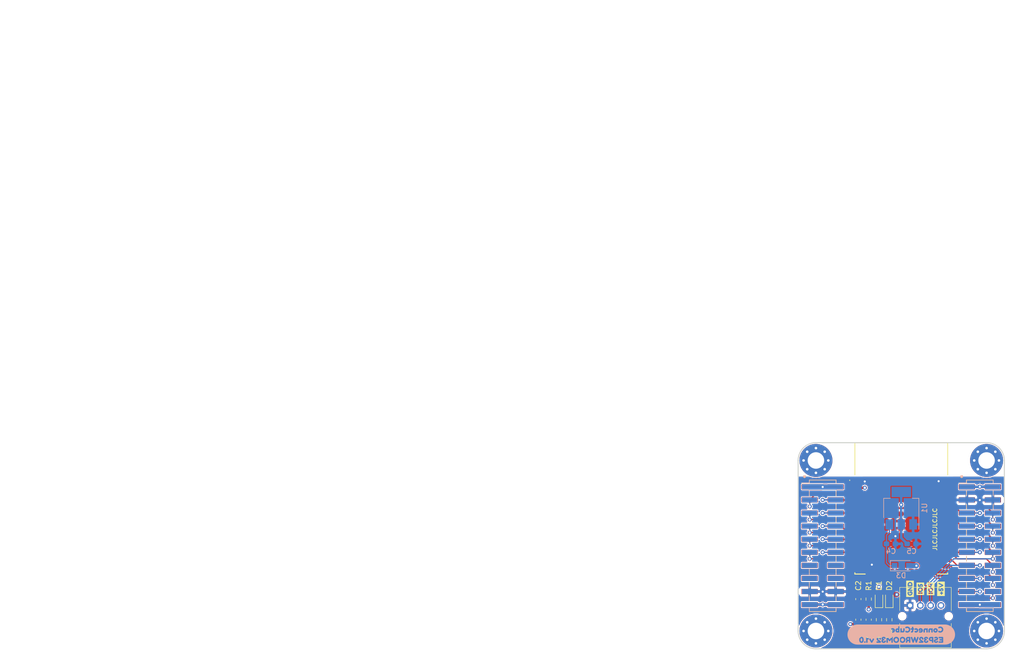
<source format=kicad_pcb>
(kicad_pcb (version 20211014) (generator pcbnew)
  (layers (0 "F.Cu" signal) (1 "In1.Cu" power) (2 "In2.Cu" power) (3 "In3.Cu" power) (4 "In4.Cu" power) (31 "B.Cu" signal) (34 "B.Paste" user) (35 "F.Paste" user) (36 "B.SilkS" user "B.Silkscreen") (37 "F.SilkS" user "F.Silkscreen") (38 "B.Mask" user) (39 "F.Mask" user) (44 "Edge.Cuts" user))
  (net 0 "")
  (net 3 "/IO12")
  (net 11 "+5V")
  (net 16 "GND")
  (net 17 "+3V3")
  (net 18 "/EN")
  (net 19 "/IO34")
  (net 20 "/IO35")
  (net 21 "/IO32")
  (net 22 "/IO33")
  (net 23 "/IO25")
  (net 24 "/IO26")
  (net 25 "/IO27")
  (net 26 "/IO14")
  (net 27 "/IO13")
  (net 28 "/IO15")
  (net 29 "/IO2")
  (net 30 "/IO0")
  (net 31 "/IO4")
  (net 32 "/IO16")
  (net 33 "/IO17")
  (net 34 "/IO5")
  (net 35 "/IO18")
  (net 36 "/IO19")
  (net 37 "/IO21")
  (net 38 "/RXD0")
  (net 39 "/TXD0")
  (net 40 "/IO22")
  (net 41 "/IO23")
  (net 42 "Net-(D1-Pad1)")
  (net 43 "Net-(D2-Pad1)")
  (net 44 "Net-(C4-Pad1)")
  (footprint "Resistor_SMD:R_0603_1608Metric_Pad0.98x0.95mm_HandSolder" (layer "F.Cu") (at 172.5 120 -90)
    (fp_text reference "R3")
    (fp_text value "1k")
  )
  (footprint "MountingHole:MountingHole_3.2mm_M3_Pad_Via" (layer "F.Cu") (at 158.27 89.09)
    (fp_text reference "H1" hide)
    (fp_text value "MountingHole")
  )
  (footprint "Capacitor_SMD:C_0603_1608Metric_Pad1.08x0.95mm_HandSolder" (layer "F.Cu") (at 166.5 116 -90)
    (fp_text reference "C2")
    (fp_text value "0.1uF")
  )
  (footprint "SamacSys_Parts:S04BPASK2" (layer "F.Cu") (at 176.52 117.23 180)
    (fp_text reference "J5" hide)
    (fp_text value "S04B-PASK-2" hide)
  )
  (footprint "kibuzzard-63EB5F50" (layer "F.Cu") (at 180.52 114 90)
    (fp_text reference "kibuzzard-63EB5F50" hide)
    (fp_text value "G***" hide)
  )
  (footprint "MountingHole:MountingHole_3.2mm_M3_Pad_Via" (layer "F.Cu") (at 191.37 89.09)
    (fp_text reference "H2" hide)
    (fp_text value "MountingHole")
  )
  (footprint "kibuzzard-63EB5F59" (layer "F.Cu") (at 178.52 114 90)
    (fp_text reference "kibuzzard-63EB5F59" hide)
    (fp_text value "G***" hide)
  )
  (footprint "Resistor_SMD:R_0603_1608Metric_Pad0.98x0.95mm_HandSolder" (layer "F.Cu") (at 170.5 120 -90)
    (fp_text reference "R2")
    (fp_text value "1k")
  )
  (footprint "Capacitor_SMD:C_0603_1608Metric_Pad1.08x0.95mm_HandSolder" (layer "F.Cu") (at 168.5 120 90)
    (fp_text reference "C1")
    (fp_text value "22uF")
  )
  (footprint "Connector_PinHeader_2.54mm:PinHeader_2x10_P2.54mm_Vertical_SMD" (layer "F.Cu") (at 159.58 105.64)
    (fp_text reference "J2" hide)
    (fp_text value "Conn_02x10_Odd_Even")
  )
  (footprint "kibuzzard-63EB5F48" (layer "F.Cu") (at 182.52 114 90)
    (fp_text reference "kibuzzard-63EB5F48" hide)
    (fp_text value "G***" hide)
  )
  (footprint "kibuzzard-63EB5F61" (layer "F.Cu") (at 176.52 114 90)
    (fp_text reference "kibuzzard-63EB5F61" hide)
    (fp_text value "G***" hide)
  )
  (footprint "MountingHole:MountingHole_3.2mm_M3_Pad_Via" (layer "F.Cu") (at 191.37 122.19)
    (fp_text reference "H3" hide)
    (fp_text value "MountingHole")
  )
  (footprint "Resistor_SMD:R_0603_1608Metric_Pad0.98x0.95mm_HandSolder" (layer "F.Cu") (at 168.5 116 -90)
    (fp_text reference "R1")
    (fp_text value "10k")
  )
  (footprint "LED_SMD:LED_0603_1608Metric_Pad1.05x0.95mm_HandSolder" (layer "F.Cu") (at 172.5 116 90)
    (fp_text reference "D2")
    (fp_text value "LED")
  )
  (footprint "MountingHole:MountingHole_3.2mm_M3_Pad_Via" (layer "F.Cu") (at 158.27 122.19)
    (fp_text reference "H4" hide)
    (fp_text value "MountingHole")
  )
  (footprint "LED_SMD:LED_0603_1608Metric_Pad1.05x0.95mm_HandSolder" (layer "F.Cu") (at 170.5 116 90)
    (fp_text reference "D1")
    (fp_text value "LED")
  )
  (footprint "SamacSys_Parts:ESP32WROOM32EM113EH3200PS3Q0" (layer "F.Cu") (at 174.82 98.39)
    (fp_text reference "IC1" hide)
    (fp_text value "ESP32-WROOM-32E_M113EH3200PS3Q0_" hide)
  )
  (footprint "Connector_PinHeader_2.54mm:PinHeader_2x10_P2.54mm_Vertical_SMD" (layer "F.Cu") (at 190.06 105.64)
    (fp_text reference "J4" hide)
    (fp_text value "Conn_02x10_Odd_Even")
  )
  (footprint "Capacitor_SMD:C_0603_1608Metric_Pad1.08x0.95mm_HandSolder" (layer "F.Cu") (at 166.5 120 -90)
    (fp_text reference "C3")
    (fp_text value "0.1uF")
  )
  (footprint "Connector_PinSocket_2.54mm:PinSocket_2x10_P2.54mm_Vertical_SMD" (layer "B.Cu") (at 159.58 105.64 180)
    (fp_text reference "J1" hide)
    (fp_text value "Conn_02x10_Odd_Even")
  )
  (footprint "Package_TO_SOT_SMD:SOT-223-3_TabPin2" (layer "B.Cu") (at 174.82 98.35 90)
    (fp_text reference "U1")
    (fp_text value "AMS1117-3.3")
  )
  (footprint "Connector_PinSocket_2.54mm:PinSocket_2x10_P2.54mm_Vertical_SMD" (layer "B.Cu") (at 190.06 105.64 180)
    (fp_text reference "J3" hide)
    (fp_text value "Conn_02x10_Odd_Even")
  )
  (footprint "kibuzzard-63EB83FE" (layer "B.Cu") (at 174.82 122.8852 180)
    (fp_text reference "kibuzzard-63EB83FE" hide)
    (fp_text value "G***" hide)
  )
  (footprint "Capacitor_SMD:C_0603_1608Metric_Pad1.08x0.95mm_HandSolder" (layer "B.Cu") (at 176.82 105.27)
    (fp_text reference "C5")
    (fp_text value "22uF")
  )
  (footprint "Capacitor_SMD:C_0603_1608Metric_Pad1.08x0.95mm_HandSolder" (layer "B.Cu") (at 172.82 105.27)
    (fp_text reference "C4")
    (fp_text value "22uF")
  )
  (footprint "Diode_SMD:D_SOD-123F" (layer "B.Cu") (at 174.91 109.52)
    (fp_text reference "D3")
    (fp_text value "SS2040FL")
  )
  (gr_circle (center 186.535 92.21) (end 186.735 92.21) (layer "B.SilkS") (width 0.15) (fill solid))
  (gr_circle (center 156.055 92.21) (end 156.255 92.21) (layer "B.SilkS") (width 0.15) (fill solid))
  (gr_circle (center 186.535 92.21) (end 186.735 92.21) (layer "F.SilkS") (width 0.15) (fill solid))
  (gr_circle (center 156.055 92.21) (end 156.255 92.21) (layer "F.SilkS") (width 0.15) (fill solid))
  (gr_line (start 191.37 85.64) (end 158.27 85.64) (layer "Edge.Cuts") (width 0.2))
  (gr_line (start 191.37 125.64) (end 158.27 125.64) (layer "Edge.Cuts") (width 0.2))
  (gr_arc (start 194.82 122.19) (mid 193.809518 124.629518) (end 191.37 125.64) (layer "Edge.Cuts") (width 0.2))
  (gr_line (start 154.82 122.19) (end 154.82 89.09) (layer "Edge.Cuts") (width 0.2))
  (gr_arc (start 191.37 85.64) (mid 193.809518 86.650482) (end 194.82 89.09) (layer "Edge.Cuts") (width 0.2))
  (gr_line (start 194.82 89.09) (end 194.82 122.19) (layer "Edge.Cuts") (width 0.2))
  (gr_arc (start 158.27 125.64) (mid 155.830482 124.629518) (end 154.82 122.19) (layer "Edge.Cuts") (width 0.2))
  (gr_arc (start 154.82 89.09) (mid 155.830482 86.650482) (end 158.27 85.64) (layer "Edge.Cuts") (width 0.2))
  (gr_text "JLCJLCJLCJLC" (at 181.356 102.4636 90) (layer "F.SilkS") (effects (font (size 0.8 0.8))))
  (segment (start 165.07 109.64) (end 163.9987 108.5687) (width 0.25) (layer "F.Cu") (net 3))
  (segment (start 163.6086 108.1786) (end 163.9987 108.5687) (width 0.25) (layer "F.Cu") (net 3))
  (segment (start 157.055 108.1786) (end 163.6086 108.1786) (width 0.25) (layer "F.Cu") (net 3))
  (segment (start 157.055 106.91) (end 157.055 108.1786) (width 0.25) (layer "F.Cu") (net 3))
  (segment (start 166.07 109.64) (end 165.07 109.64) (width 0.25) (layer "F.Cu") (net 3))
  (segment (start 157.0736 106.9286) (end 157.055 106.91) (width 0.25) (layer "F.Cu") (net 3))
  (via (at 157.055 108.1786) (size 0.8) (drill 0.4) (layers "F.Cu" "B.Cu") (net 3))
  (segment (start 157.06 106.91) (end 157.06 108.0888) (width 0.25) (layer "B.Cu") (net 3))
  (segment (start 157.06 108.0888) (end 157.0736 108.1024) (width 0.25) (layer "B.Cu") (net 3))
  (segment (start 190.06 117.094) (end 192.561 117.094) (width 1) (layer "F.Cu") (net 11))
  (segment (start 192.561 117.094) (end 192.585 117.07) (width 1) (layer "F.Cu") (net 11))
  (segment (start 162.081 94.234) (end 162.105 94.21) (width 1) (layer "F.Cu") (net 11))
  (segment (start 159.58 94.234) (end 162.081 94.234) (width 1) (layer "F.Cu") (net 11))
  (segment (start 172.5 115.125) (end 173.927 115.125) (width 1) (layer "F.Cu") (net 11))
  (segment (start 157.055 94.21) (end 159.556 94.21) (width 1) (layer "F.Cu") (net 11))
  (segment (start 190.0696 117.07) (end 190.0936 117.094) (width 1) (layer "F.Cu") (net 11))
  (segment (start 173.927 115.125) (end 173.9392 115.1128) (width 1) (layer "F.Cu") (net 11))
  (segment (start 187.535 117.07) (end 190.036 117.07) (width 1) (layer "F.Cu") (net 11))
  (segment (start 190.036 117.07) (end 190.06 117.094) (width 1) (layer "F.Cu") (net 11))
  (segment (start 159.556 94.21) (end 159.58 94.234) (width 1) (layer "F.Cu") (net 11))
  (via (at 173.9392 115.1128) (size 0.8) (drill 0.4) (layers "F.Cu" "B.Cu") (net 11))
  (via (at 159.58 94.234) (size 0.8) (drill 0.4) (layers "F.Cu" "B.Cu") (net 11))
  (via (at 190.06 117.094) (size 0.8) (drill 0.4) (layers "F.Cu" "B.Cu") (net 11))
  (via (at 177.7492 109.5248) (size 0.8) (drill 0.4) (layers "F.Cu" "B.Cu") (net 11))
  (segment (start 159.5628 94.234) (end 162.076 94.234) (width 1) (layer "B.Cu") (net 11))
  (segment (start 192.556 117.094) (end 192.58 117.07) (width 1) (layer "B.Cu") (net 11))
  (segment (start 190.0696 117.07) (end 190.0936 117.094) (width 1) (layer "B.Cu") (net 11))
  (segment (start 187.54 117.07) (end 190.0696 117.07) (width 1) (layer "B.Cu") (net 11))
  (segment (start 177.7444 109.52) (end 177.7492 109.5248) (width 1) (layer "B.Cu") (net 11))
  (segment (start 176.31 109.52) (end 177.7444 109.52) (width 1) (layer "B.Cu") (net 11))
  (segment (start 159.58 94.234) (end 157.084 94.234) (width 1) (layer "B.Cu") (net 11))
  (segment (start 162.076 94.234) (end 162.1 94.21) (width 1) (layer "B.Cu") (net 11))
  (segment (start 157.084 94.234) (end 157.06 94.21) (width 1) (layer "B.Cu") (net 11))
  (segment (start 159.5388 94.21) (end 159.5628 94.234) (width 1) (layer "B.Cu") (net 11))
  (segment (start 157.06 94.21) (end 159.5388 94.21) (width 1) (layer "B.Cu") (net 11))
  (segment (start 190.0936 117.094) (end 192.556 117.094) (width 1) (layer "B.Cu") (net 11))
  (segment (start 190.0188 96.75) (end 190.0428 96.774) (width 0.25) (layer "F.Cu") (net 16))
  (segment (start 183.5564 93.1164) (end 183.57 93.13) (width 0.25) (layer "F.Cu") (net 16))
  (segment (start 159.5388 114.53) (end 159.5628 114.554) (width 0.25) (layer "F.Cu") (net 16))
  (segment (start 159.5628 114.554) (end 159.5868 114.53) (width 0.25) (layer "F.Cu") (net 16))
  (segment (start 190.0428 96.774) (end 190.0668 96.75) (width 0.25) (layer "F.Cu") (net 16))
  (segment (start 182.0672 93.1164) (end 183.5564 93.1164) (width 0.25) (layer "F.Cu") (net 16))
  (segment (start 169.11 110.89) (end 169.11 109.3248) (width 0.25) (layer "F.Cu") (net 16))
  (segment (start 169.11 109.3248) (end 169.1132 109.3216) (width 0.25) (layer "F.Cu") (net 16))
  (via (at 169.1132 109.3216) (size 0.8) (drill 0.4) (layers "F.Cu" "B.Cu") (net 16))
  (via (at 167.7416 93.1672) (size 0.8) (drill 0.4) (layers "F.Cu" "B.Cu") (net 16))
  (via (at 173.6852 103.7844) (size 0.8) (drill 0.4) (layers "F.Cu" "B.Cu") (net 16))
  (via (at 159.58 114.554) (size 0.8) (drill 0.4) (layers "F.Cu" "B.Cu") (net 16))
  (via (at 190.06 96.774) (size 0.8) (drill 0.4) (layers "F.Cu" "B.Cu") (net 16))
  (via (at 182.0672 93.1164) (size 0.8) (drill 0.4) (layers "F.Cu" "B.Cu") (net 16))
  (segment (start 159.5628 114.554) (end 159.5868 114.53) (width 0.25) (layer "B.Cu") (net 16))
  (segment (start 173.6825 103.7871) (end 173.6852 103.7844) (width 0.25) (layer "B.Cu") (net 16))
  (segment (start 157.06 114.53) (end 159.5388 114.53) (width 0.25) (layer "B.Cu") (net 16))
  (segment (start 190.0668 96.75) (end 192.58 96.75) (width 0.25) (layer "B.Cu") (net 16))
  (segment (start 159.5388 114.53) (end 159.5628 114.554) (width 0.25) (layer "B.Cu") (net 16))
  (segment (start 159.5868 114.53) (end 162.1 114.53) (width 0.25) (layer "B.Cu") (net 16))
  (segment (start 177.6825 103.4129) (end 177.12 102.8504) (width 0.25) (layer "B.Cu") (net 16))
  (segment (start 190.0188 96.75) (end 190.0428 96.774) (width 0.25) (layer "B.Cu") (net 16))
  (segment (start 177.12 102.8504) (end 177.12 101.5) (width 0.25) (layer "B.Cu") (net 16))
  (segment (start 187.54 96.75) (end 190.0188 96.75) (width 0.25) (layer "B.Cu") (net 16))
  (segment (start 190.0428 96.774) (end 190.0668 96.75) (width 0.25) (layer "B.Cu") (net 16))
  (segment (start 177.6825 105.27) (end 177.6825 103.4129) (width 0.25) (layer "B.Cu") (net 16))
  (segment (start 192.585 94.21) (end 190.0868 94.21) (width 0.5) (layer "F.Cu") (net 17))
  (segment (start 166.4907 120.8532) (end 166.5 120.8625) (width 0.5) (layer "F.Cu") (net 17))
  (segment (start 170.5 113.6548) (end 170.4848 113.6396) (width 0.5) (layer "F.Cu") (net 17))
  (segment (start 159.5868 117.07) (end 159.6136 117.0432) (width 0.5) (layer "F.Cu") (net 17))
  (segment (start 157.0818 117.0432) (end 157.055 117.07) (width 0.5) (layer "F.Cu") (net 17))
  (segment (start 164.9476 120.8532) (end 166.4907 120.8532) (width 0.5) (layer "F.Cu") (net 17))
  (segment (start 168.5 117.9969) (end 168.5036 118.0005) (width 0.5) (layer "F.Cu") (net 17))
  (segment (start 157.055 117.07) (end 159.5532 117.07) (width 0.5) (layer "F.Cu") (net 17))
  (segment (start 159.6068 117.07) (end 159.58 117.0432) (width 0.5) (layer "F.Cu") (net 17))
  (segment (start 187.535 94.21) (end 190.0332 94.21) (width 0.5) (layer "F.Cu") (net 17))
  (segment (start 190.0868 94.21) (end 190.06 94.1832) (width 0.5) (layer "F.Cu") (net 17))
  (segment (start 159.5532 117.07) (end 159.58 117.0432) (width 0.5) (layer "F.Cu") (net 17))
  (segment (start 190.0332 94.21) (end 190.06 94.1832) (width 0.5) (layer "F.Cu") (net 17))
  (segment (start 166.5 120.8625) (end 168.5 120.8625) (width 0.5) (layer "F.Cu") (net 17))
  (segment (start 162.105 117.07) (end 159.6068 117.07) (width 0.5) (layer "F.Cu") (net 17))
  (segment (start 166.07 94.4) (end 167.728 94.4) (width 0.5) (layer "F.Cu") (net 17))
  (segment (start 170.5 115.125) (end 170.5 113.6548) (width 0.5) (layer "F.Cu") (net 17))
  (segment (start 167.728 94.4) (end 167.7416 94.3864) (width 0.5) (layer "F.Cu") (net 17))
  (segment (start 168.5 116.9125) (end 168.5 117.9969) (width 0.5) (layer "F.Cu") (net 17))
  (segment (start 190.016 94.21) (end 190.0428 94.1832) (width 0.5) (layer "F.Cu") (net 17))
  (segment (start 162.0782 117.0432) (end 162.105 117.07) (width 0.5) (layer "F.Cu") (net 17))
  (segment (start 192.5582 94.1832) (end 192.585 94.21) (width 0.5) (layer "F.Cu") (net 17))
  (via (at 164.9476 120.8532) (size 0.8) (drill 0.4) (layers "F.Cu" "B.Cu") (net 17))
  (via (at 190.06 94.1832) (size 0.8) (drill 0.4) (layers "F.Cu" "B.Cu") (net 17))
  (via (at 168.5036 118.0005) (size 0.8) (drill 0.4) (layers "F.Cu" "B.Cu") (net 17))
  (via (at 159.58 117.0432) (size 0.8) (drill 0.4) (layers "F.Cu" "B.Cu") (net 17))
  (via (at 174.8028 97.6884) (size 0.8) (drill 0.4) (layers "F.Cu" "B.Cu") (net 17))
  (via (at 167.7416 94.3864) (size 0.8) (drill 0.4) (layers "F.Cu" "B.Cu") (net 17))
  (via (at 170.4848 113.6396) (size 0.8) (drill 0.4) (layers "F.Cu" "B.Cu") (net 17))
  (segment (start 174.8028 101.4828) (end 174.82 101.5) (width 0.5) (layer "B.Cu") (net 17))
  (segment (start 159.6068 117.07) (end 159.58 117.0432) (width 0.5) (layer "B.Cu") (net 17))
  (segment (start 190.06 94.1832) (end 192.5532 94.1832) (width 0.5) (layer "B.Cu") (net 17))
  (segment (start 159.5868 117.07) (end 159.6136 117.0432) (width 0.5) (layer "B.Cu") (net 17))
  (segment (start 190.0332 94.21) (end 190.06 94.1832) (width 0.5) (layer "B.Cu") (net 17))
  (segment (start 175.9575 105.27) (end 174.82 104.1325) (width 0.5) (layer "B.Cu") (net 17))
  (segment (start 192.5532 94.1832) (end 192.58 94.21) (width 0.5) (layer "B.Cu") (net 17))
  (segment (start 159.58 117.0432) (end 157.0868 117.0432) (width 0.5) (layer "B.Cu") (net 17))
  (segment (start 174.82 104.1325) (end 174.82 101.5) (width 0.5) (layer "B.Cu") (net 17))
  (segment (start 187.54 94.21) (end 190.0332 94.21) (width 0.5) (layer "B.Cu") (net 17))
  (segment (start 157.0868 117.0432) (end 157.06 117.07) (width 0.5) (layer "B.Cu") (net 17))
  (segment (start 174.8028 95.2172) (end 174.82 95.2) (width 0.5) (layer "B.Cu") (net 17))
  (segment (start 162.0732 117.0432) (end 162.1 117.07) (width 0.5) (layer "B.Cu") (net 17))
  (segment (start 174.8028 97.6884) (end 174.8028 101.4828) (width 0.5) (layer "B.Cu") (net 17))
  (segment (start 174.8028 97.6884) (end 174.8028 95.2172) (width 0.5) (layer "B.Cu") (net 17))
  (segment (start 162.1 117.07) (end 159.6068 117.07) (width 0.5) (layer "B.Cu") (net 17))
  (segment (start 190.016 94.21) (end 190.0428 94.1832) (width 0.5) (layer "B.Cu") (net 17))
  (segment (start 157.055 96.75) (end 157.055 98.0186) (width 0.25) (layer "F.Cu") (net 18))
  (segment (start 166.07 95.67) (end 167.07 95.67) (width 0.25) (layer "F.Cu") (net 18))
  (segment (start 167.07 95.67) (end 167.63815 96.23815) (width 0.25) (layer "F.Cu") (net 18))
  (segment (start 168.5 115.0875) (end 167.63815 114.22565) (width 0.25) (layer "F.Cu") (net 18))
  (segment (start 157.0736 96.7686) (end 157.055 96.75) (width 0.25) (layer "F.Cu") (net 18))
  (segment (start 157.055 96.75) (end 158.135 95.67) (width 0.25) (layer "F.Cu") (net 18))
  (segment (start 158.135 95.67) (end 166.07 95.67) (width 0.25) (layer "F.Cu") (net 18))
  (segment (start 167.63815 96.23815) (end 167.63815 114.22565) (width 0.25) (layer "F.Cu") (net 18))
  (segment (start 168.45 115.1375) (end 168.5 115.0875) (width 0.25) (layer "F.Cu") (net 18))
  (segment (start 166.5 115.1375) (end 168.45 115.1375) (width 0.25) (layer "F.Cu") (net 18))
  (via (at 157.055 98.0186) (size 0.8) (drill 0.4) (layers "F.Cu" "B.Cu") (net 18))
  (segment (start 157.06 97.8526) (end 157.0736 97.8662) (width 0.25) (layer "B.Cu") (net 18))
  (segment (start 157.06 96.75) (end 157.06 97.8526) (width 0.25) (layer "B.Cu") (net 18))
  (segment (start 164.4396 98.8496) (end 164.4396 97.4344) (width 0.25) (layer "F.Cu") (net 19))
  (segment (start 166.07 99.48) (end 165.07 99.48) (width 0.25) (layer "F.Cu") (net 19))
  (segment (start 159.58 96.75) (end 162.105 96.75) (width 0.25) (layer "F.Cu") (net 19))
  (segment (start 164.4396 97.4344) (end 163.7552 96.75) (width 0.25) (layer "F.Cu") (net 19))
  (segment (start 159.615 96.75) (end 159.5882 96.7232) (width 0.25) (layer "F.Cu") (net 19))
  (segment (start 165.07 99.48) (end 164.4396 98.8496) (width 0.25) (layer "F.Cu") (net 19))
  (segment (start 163.7552 96.75) (end 162.105 96.75) (width 0.25) (layer "F.Cu") (net 19))
  (via (at 159.58 96.75) (size 0.8) (drill 0.4) (layers "F.Cu" "B.Cu") (net 19))
  (segment (start 159.58 96.75) (end 162.1 96.75) (width 0.25) (layer "B.Cu") (net 19))
  (segment (start 159.5882 96.7232) (end 159.615 96.75) (width 0.25) (layer "B.Cu") (net 19))
  (segment (start 159.58 99.29) (end 162.105 99.29) (width 0.25) (layer "F.Cu") (net 20))
  (segment (start 163.9584 99.29) (end 165.4184 100.75) (width 0.25) (layer "F.Cu") (net 20))
  (segment (start 162.105 99.29) (end 163.9584 99.29) (width 0.25) (layer "F.Cu") (net 20))
  (segment (start 159.5628 99.2632) (end 159.5896 99.29) (width 0.25) (layer "F.Cu") (net 20))
  (segment (start 165.4184 100.75) (end 166.07 100.75) (width 0.25) (layer "F.Cu") (net 20))
  (via (at 159.58 99.29) (size 0.8) (drill 0.4) (layers "F.Cu" "B.Cu") (net 20))
  (segment (start 159.5896 99.29) (end 159.5628 99.2632) (width 0.25) (layer "B.Cu") (net 20))
  (segment (start 159.58 99.29) (end 162.1 99.29) (width 0.25) (layer "B.Cu") (net 20))
  (segment (start 165.019022 102.02) (end 166.07 102.02) (width 0.25) (layer "F.Cu") (net 21))
  (segment (start 163.820811 100.821789) (end 164.049411 101.050389) (width 0.25) (layer "F.Cu") (net 21))
  (segment (start 163.557622 100.5586) (end 164.049411 101.050389) (width 0.25) (layer "F.Cu") (net 21))
  (segment (start 163.604911 100.605889) (end 163.820811 100.821789) (width 0.25) (layer "F.Cu") (net 21))
  (segment (start 157.055 100.5586) (end 163.557622 100.5586) (width 0.25) (layer "F.Cu") (net 21))
  (segment (start 157.055 100.3622) (end 157.099 100.4062) (width 0.25) (layer "F.Cu") (net 21))
  (segment (start 164.049411 101.050389) (end 165.019022 102.02) (width 0.25) (layer "F.Cu") (net 21))
  (segment (start 157.055 99.29) (end 157.055 100.5586) (width 0.25) (layer "F.Cu") (net 21))
  (via (at 157.055 100.5586) (size 0.8) (drill 0.4) (layers "F.Cu" "B.Cu") (net 21))
  (segment (start 157.099 99.329) (end 157.06 99.29) (width 0.25) (layer "B.Cu") (net 21))
  (segment (start 157.099 100.4062) (end 157.099 99.329) (width 0.25) (layer "B.Cu") (net 21))
  (segment (start 159.58 101.83) (end 162.105 101.83) (width 0.25) (layer "F.Cu") (net 22))
  (segment (start 162.105 101.83) (end 163.18 101.83) (width 0.25) (layer "F.Cu") (net 22))
  (segment (start 163.18 101.83) (end 164.64 103.29) (width 0.25) (layer "F.Cu") (net 22))
  (segment (start 164.64 103.29) (end 166.07 103.29) (width 0.25) (layer "F.Cu") (net 22))
  (segment (start 159.5388 101.83) (end 159.5374 101.8286) (width 0.25) (layer "F.Cu") (net 22))
  (via (at 159.58 101.83) (size 0.8) (drill 0.4) (layers "F.Cu" "B.Cu") (net 22))
  (segment (start 159.58 101.83) (end 162.1 101.83) (width 0.25) (layer "B.Cu") (net 22))
  (segment (start 159.5374 101.8286) (end 159.5388 101.83) (width 0.25) (layer "B.Cu") (net 22))
  (segment (start 157.0736 101.8486) (end 157.055 101.83) (width 0.25) (layer "F.Cu") (net 23))
  (segment (start 157.055 103.0732) (end 163.532222 103.0732) (width 0.25) (layer "F.Cu") (net 23))
  (segment (start 165.019022 104.56) (end 166.07 104.56) (width 0.25) (layer "F.Cu") (net 23))
  (segment (start 163.532222 103.0732) (end 165.019022 104.56) (width 0.25) (layer "F.Cu") (net 23))
  (segment (start 157.055 101.83) (end 157.055 103.0732) (width 0.25) (layer "F.Cu") (net 23))
  (via (at 157.055 103.0732) (size 0.8) (drill 0.4) (layers "F.Cu" "B.Cu") (net 23))
  (segment (start 157.06 101.83) (end 157.06 103.0088) (width 0.25) (layer "B.Cu") (net 23))
  (segment (start 157.06 103.0088) (end 157.0736 103.0224) (width 0.25) (layer "B.Cu") (net 23))
  (segment (start 163.7552 104.37) (end 165.2152 105.83) (width 0.25) (layer "F.Cu") (net 24))
  (segment (start 165.2152 105.83) (end 166.07 105.83) (width 0.25) (layer "F.Cu") (net 24))
  (segment (start 162.105 104.37) (end 163.7552 104.37) (width 0.25) (layer "F.Cu") (net 24))
  (segment (start 159.58 104.37) (end 162.105 104.37) (width 0.25) (layer "F.Cu") (net 24))
  (segment (start 162.081 104.394) (end 162.105 104.37) (width 0.25) (layer "F.Cu") (net 24))
  (via (at 159.58 104.37) (size 0.8) (drill 0.4) (layers "F.Cu" "B.Cu") (net 24))
  (segment (start 159.58 104.37) (end 162.1 104.37) (width 0.25) (layer "B.Cu") (net 24))
  (segment (start 159.663 104.37) (end 159.639 104.394) (width 0.25) (layer "B.Cu") (net 24))
  (segment (start 157.055 104.37) (end 157.055 105.6386) (width 0.25) (layer "F.Cu") (net 25))
  (segment (start 157.055 105.6386) (end 164.029578 105.6386) (width 0.25) (layer "F.Cu") (net 25))
  (segment (start 164.386989 105.996011) (end 165.490978 107.1) (width 0.25) (layer "F.Cu") (net 25))
  (segment (start 157.055 105.5302) (end 157.0482 105.537) (width 0.25) (layer "F.Cu") (net 25))
  (segment (start 165.490978 107.1) (end 166.07 107.1) (width 0.25) (layer "F.Cu") (net 25))
  (segment (start 164.029578 105.6386) (end 164.386989 105.996011) (width 0.25) (layer "F.Cu") (net 25))
  (via (at 157.055 105.6386) (size 0.8) (drill 0.4) (layers "F.Cu" "B.Cu") (net 25))
  (segment (start 157.0482 105.537) (end 157.0482 104.3818) (width 0.25) (layer "B.Cu") (net 25))
  (segment (start 157.0482 104.3818) (end 157.06 104.37) (width 0.25) (layer "B.Cu") (net 25))
  (segment (start 163.9076 106.91) (end 162.105 106.91) (width 0.25) (layer "F.Cu") (net 26))
  (segment (start 166.07 108.37) (end 165.3676 108.37) (width 0.25) (layer "F.Cu") (net 26))
  (segment (start 159.58 106.91) (end 162.105 106.91) (width 0.25) (layer "F.Cu") (net 26))
  (segment (start 165.3676 108.37) (end 163.9076 106.91) (width 0.25) (layer "F.Cu") (net 26))
  (via (at 159.58 106.91) (size 0.8) (drill 0.4) (layers "F.Cu" "B.Cu") (net 26))
  (segment (start 159.58 106.91) (end 162.1 106.91) (width 0.25) (layer "B.Cu") (net 26))
  (segment (start 162.076 106.934) (end 162.1 106.91) (width 0.25) (layer "B.Cu") (net 26))
  (segment (start 192.5828 115.7986) (end 192.5828 114.5322) (width 0.25) (layer "F.Cu") (net 27))
  (segment (start 192.5828 114.5322) (end 192.585 114.53) (width 0.25) (layer "F.Cu") (net 27))
  (segment (start 180.082541 113.338259) (end 172.113859 113.338259) (width 0.25) (layer "F.Cu") (net 27))
  (segment (start 182.542882 115.7986) (end 180.082541 113.338259) (width 0.25) (layer "F.Cu") (net 27))
  (segment (start 192.5828 115.7986) (end 182.542882 115.7986) (width 0.25) (layer "F.Cu") (net 27))
  (segment (start 170.38 111.6044) (end 170.38 110.89) (width 0.25) (layer "F.Cu") (net 27))
  (segment (start 172.113859 113.338259) (end 170.38 111.6044) (width 0.25) (layer "F.Cu") (net 27))
  (via (at 192.5828 115.7986) (size 0.8) (drill 0.4) (layers "F.Cu" "B.Cu") (net 27))
  (segment (start 192.5828 115.7986) (end 192.5828 114.5328) (width 0.25) (layer "B.Cu") (net 27))
  (segment (start 192.5828 114.5328) (end 192.58 114.53) (width 0.25) (layer "B.Cu") (net 27))
  (segment (start 192.58 115.7704) (end 192.5828 115.7732) (width 0.25) (layer "B.Cu") (net 27))
  (segment (start 179.27 111.89) (end 181.91 114.53) (width 0.25) (layer "F.Cu") (net 28))
  (segment (start 190.016 114.53) (end 190.0174 114.5286) (width 0.25) (layer "F.Cu") (net 28))
  (segment (start 181.91 114.53) (end 187.5268 114.53) (width 0.25) (layer "F.Cu") (net 28))
  (segment (start 187.5268 114.53) (end 187.535 114.53) (width 0.25) (layer "F.Cu") (net 28))
  (segment (start 190.0586 114.53) (end 190.06 114.5286) (width 0.25) (layer "F.Cu") (net 28))
  (segment (start 179.27 110.89) (end 179.27 111.89) (width 0.25) (layer "F.Cu") (net 28))
  (segment (start 187.535 114.53) (end 190.0586 114.53) (width 0.25) (layer "F.Cu") (net 28))
  (via (at 190.06 114.5286) (size 0.8) (drill 0.4) (layers "F.Cu" "B.Cu") (net 28))
  (segment (start 187.5414 114.5286) (end 187.54 114.53) (width 0.25) (layer "B.Cu") (net 28))
  (segment (start 187.54 114.53) (end 190.0586 114.53) (width 0.25) (layer "B.Cu") (net 28))
  (segment (start 190.0586 114.53) (end 190.06 114.5286) (width 0.25) (layer "B.Cu") (net 28))
  (segment (start 190.036 111.99) (end 190.06 112.014) (width 0.25) (layer "F.Cu") (net 29))
  (segment (start 181.64 111.99) (end 180.54 110.89) (width 0.25) (layer "F.Cu") (net 29))
  (segment (start 189.9934 111.99) (end 190.0174 112.014) (width 0.25) (layer "F.Cu") (net 29))
  (segment (start 187.535 111.99) (end 190.036 111.99) (width 0.25) (layer "F.Cu") (net 29))
  (segment (start 187.535 111.99) (end 187.5268 111.99) (width 0.25) (layer "F.Cu") (net 29))
  (segment (start 187.5268 111.99) (end 181.64 111.99) (width 0.25) (layer "F.Cu") (net 29))
  (via (at 190.06 112.014) (size 0.8) (drill 0.4) (layers "F.Cu" "B.Cu") (net 29))
  (segment (start 190.036 111.99) (end 190.06 112.014) (width 0.25) (layer "B.Cu") (net 29))
  (segment (start 187.54 111.99) (end 190.036 111.99) (width 0.25) (layer "B.Cu") (net 29))
  (segment (start 187.564 112.014) (end 187.54 111.99) (width 0.25) (layer "B.Cu") (net 29))
  (segment (start 185.4708 110.6424) (end 191.2374 110.6424) (width 0.25) (layer "F.Cu") (net 30))
  (segment (start 191.2374 110.6424) (end 192.585 111.99) (width 0.25) (layer "F.Cu") (net 30))
  (segment (start 192.5828 113.2586) (end 192.5828 111.9922) (width 0.25) (layer "F.Cu") (net 30))
  (segment (start 184.4684 109.64) (end 185.4708 110.6424) (width 0.25) (layer "F.Cu") (net 30))
  (segment (start 183.57 109.64) (end 184.4684 109.64) (width 0.25) (layer "F.Cu") (net 30))
  (segment (start 192.5828 111.9922) (end 192.585 111.99) (width 0.25) (layer "F.Cu") (net 30))
  (via (at 192.5828 113.2586) (size 0.8) (drill 0.4) (layers "F.Cu" "B.Cu") (net 30))
  (segment (start 192.58 113.2304) (end 192.5828 113.2332) (width 0.25) (layer "B.Cu") (net 30))
  (segment (start 192.5828 113.2586) (end 192.5828 111.9928) (width 0.25) (layer "B.Cu") (net 30))
  (segment (start 192.5828 111.9928) (end 192.58 111.99) (width 0.25) (layer "B.Cu") (net 30))
  (segment (start 190.016 109.45) (end 190.0174 109.4486) (width 0.25) (layer "F.Cu") (net 31))
  (segment (start 183.57 108.37) (end 184.57 108.37) (width 0.25) (layer "F.Cu") (net 31))
  (segment (start 185.65 109.45) (end 187.535 109.45) (width 0.25) (layer "F.Cu") (net 31))
  (segment (start 190.0586 109.45) (end 190.06 109.4486) (width 0.25) (layer "F.Cu") (net 31))
  (segment (start 184.57 108.37) (end 185.65 109.45) (width 0.25) (layer "F.Cu") (net 31))
  (segment (start 187.535 109.45) (end 190.0586 109.45) (width 0.25) (layer "F.Cu") (net 31))
  (via (at 190.06 109.4486) (size 0.8) (drill 0.4) (layers "F.Cu" "B.Cu") (net 31))
  (segment (start 184.3772 109.45) (end 187.54 109.45) (width 0.25) (layer "B.Cu") (net 31))
  (segment (start 180.52 117.23) (end 180.52 113.3072) (width 0.25) (layer "B.Cu") (net 31))
  (segment (start 190.0586 109.45) (end 190.06 109.4486) (width 0.25) (layer "B.Cu") (net 31))
  (segment (start 187.5414 109.4486) (end 187.54 109.45) (width 0.25) (layer "B.Cu") (net 31))
  (segment (start 187.54 109.45) (end 190.0586 109.45) (width 0.25) (layer "B.Cu") (net 31))
  (segment (start 180.52 113.3072) (end 184.3772 109.45) (width 0.25) (layer "B.Cu") (net 31))
  (segment (start 185.674 108.204) (end 191.339 108.204) (width 0.25) (layer "F.Cu") (net 32))
  (segment (start 183.57 107.1) (end 184.57 107.1) (width 0.25) (layer "F.Cu") (net 32))
  (segment (start 192.5828 110.7186) (end 192.5828 109.4522) (width 0.25) (layer "F.Cu") (net 32))
  (segment (start 192.5828 109.4522) (end 192.585 109.45) (width 0.25) (layer "F.Cu") (net 32))
  (segment (start 191.339 108.204) (end 192.585 109.45) (width 0.25) (layer "F.Cu") (net 32))
  (segment (start 184.57 107.1) (end 185.674 108.204) (width 0.25) (layer "F.Cu") (net 32))
  (via (at 192.5828 110.7186) (size 0.8) (drill 0.4) (layers "F.Cu" "B.Cu") (net 32))
  (segment (start 192.5828 110.7186) (end 192.5828 109.4528) (width 0.25) (layer "B.Cu") (net 32))
  (segment (start 192.58 110.7158) (end 192.5828 110.7186) (width 0.25) (layer "B.Cu") (net 32))
  (segment (start 192.5828 109.4528) (end 192.58 109.45) (width 0.25) (layer "B.Cu") (net 32))
  (segment (start 183.57 105.83) (end 184.57 105.83) (width 0.25) (layer "F.Cu") (net 33))
  (segment (start 190.06 106.9086) (end 190.0586 106.91) (width 0.25) (layer "F.Cu") (net 33))
  (segment (start 190.016 106.91) (end 190.0174 106.9086) (width 0.25) (layer "F.Cu") (net 33))
  (segment (start 184.57 105.83) (end 185.65 106.91) (width 0.25) (layer "F.Cu") (net 33))
  (segment (start 185.65 106.91) (end 187.535 106.91) (width 0.25) (layer "F.Cu") (net 33))
  (segment (start 190.0586 106.91) (end 187.535 106.91) (width 0.25) (layer "F.Cu") (net 33))
  (via (at 190.06 106.9086) (size 0.8) (drill 0.4) (layers "F.Cu" "B.Cu") (net 33))
  (segment (start 190.0586 106.91) (end 190.06 106.9086) (width 0.25) (layer "B.Cu") (net 33))
  (segment (start 187.5414 106.9086) (end 187.54 106.91) (width 0.25) (layer "B.Cu") (net 33))
  (segment (start 187.54 106.91) (end 190.0586 106.91) (width 0.25) (layer "B.Cu") (net 33))
  (segment (start 185.5216 105.664) (end 191.339 105.664) (width 0.25) (layer "F.Cu") (net 34))
  (segment (start 192.5828 108.1786) (end 192.5828 106.9122) (width 0.25) (layer "F.Cu") (net 34))
  (segment (start 191.339 105.664) (end 192.585 106.91) (width 0.25) (layer "F.Cu") (net 34))
  (segment (start 183.57 104.56) (end 184.4176 104.56) (width 0.25) (layer "F.Cu") (net 34))
  (segment (start 192.5828 106.9122) (end 192.585 106.91) (width 0.25) (layer "F.Cu") (net 34))
  (segment (start 184.4176 104.56) (end 185.5216 105.664) (width 0.25) (layer "F.Cu") (net 34))
  (via (at 192.5828 108.1786) (size 0.8) (drill 0.4) (layers "F.Cu" "B.Cu") (net 34))
  (segment (start 178.52 114.671482) (end 184.543341 108.648141) (width 0.25) (layer "B.Cu") (net 34))
  (segment (start 192.5828 106.9128) (end 192.58 106.91) (width 0.25) (layer "B.Cu") (net 34))
  (segment (start 192.5828 108.1786) (end 192.5828 106.9128) (width 0.25) (layer "B.Cu") (net 34))
  (segment (start 178.52 117.23) (end 178.52 114.671482) (width 0.25) (layer "B.Cu") (net 34))
  (segment (start 185.012882 108.1786) (end 184.543341 108.648141) (width 0.25) (layer "B.Cu") (net 34))
  (segment (start 192.58 108.1758) (end 192.5828 108.1786) (width 0.25) (layer "B.Cu") (net 34))
  (segment (start 192.5828 108.1786) (end 185.012882 108.1786) (width 0.25) (layer "B.Cu") (net 34))
  (segment (start 190.06 104.3686) (end 190.0586 104.37) (width 0.25) (layer "F.Cu") (net 35))
  (segment (start 190.0586 104.37) (end 187.535 104.37) (width 0.25) (layer "F.Cu") (net 35))
  (segment (start 187.476 104.37) (end 187.535 104.37) (width 0.25) (layer "F.Cu") (net 35))
  (segment (start 183.57 103.29) (end 184.57 103.29) (width 0.25) (layer "F.Cu") (net 35))
  (segment (start 185.65 104.37) (end 187.476 104.37) (width 0.25) (layer "F.Cu") (net 35))
  (segment (start 189.9906 104.37) (end 189.992 104.3686) (width 0.25) (layer "F.Cu") (net 35))
  (segment (start 184.57 103.29) (end 185.65 104.37) (width 0.25) (layer "F.Cu") (net 35))
  (via (at 190.06 104.3686) (size 0.8) (drill 0.4) (layers "F.Cu" "B.Cu") (net 35))
  (segment (start 190.0586 104.37) (end 190.06 104.3686) (width 0.25) (layer "B.Cu") (net 35))
  (segment (start 187.54 104.37) (end 190.0586 104.37) (width 0.25) (layer "B.Cu") (net 35))
  (segment (start 187.5414 104.3686) (end 187.54 104.37) (width 0.25) (layer "B.Cu") (net 35))
  (segment (start 184.4684 102.02) (end 185.6232 103.1748) (width 0.25) (layer "F.Cu") (net 36))
  (segment (start 191.3898 103.1748) (end 192.585 104.37) (width 0.25) (layer "F.Cu") (net 36))
  (segment (start 192.5828 104.3722) (end 192.585 104.37) (width 0.25) (layer "F.Cu") (net 36))
  (segment (start 192.5828 105.6386) (end 192.5828 104.3722) (width 0.25) (layer "F.Cu") (net 36))
  (segment (start 185.6232 103.1748) (end 191.3898 103.1748) (width 0.25) (layer "F.Cu") (net 36))
  (segment (start 183.57 102.02) (end 184.4684 102.02) (width 0.25) (layer "F.Cu") (net 36))
  (via (at 192.5828 105.6386) (size 0.8) (drill 0.4) (layers "F.Cu" "B.Cu") (net 36))
  (segment (start 192.5828 105.6386) (end 192.5828 104.3728) (width 0.25) (layer "B.Cu") (net 36))
  (segment (start 192.58 105.585) (end 192.5828 105.5878) (width 0.25) (layer "B.Cu") (net 36))
  (segment (start 192.5828 104.3728) (end 192.58 104.37) (width 0.25) (layer "B.Cu") (net 36))
  (segment (start 183.57 99.48) (end 184.11 99.48) (width 0.25) (layer "F.Cu") (net 37))
  (segment (start 190.06 101.8286) (end 190.0586 101.83) (width 0.25) (layer "F.Cu") (net 37))
  (segment (start 190.0586 101.83) (end 187.535 101.83) (width 0.25) (layer "F.Cu") (net 37))
  (segment (start 190.016 101.83) (end 190.0174 101.8286) (width 0.25) (layer "F.Cu") (net 37))
  (segment (start 187.4252 101.83) (end 187.535 101.83) (width 0.25) (layer "F.Cu") (net 37))
  (segment (start 184.11 99.48) (end 186.46 101.83) (width 0.25) (layer "F.Cu") (net 37))
  (segment (start 186.46 101.83) (end 187.4252 101.83) (width 0.25) (layer "F.Cu") (net 37))
  (via (at 190.06 101.8286) (size 0.8) (drill 0.4) (layers "F.Cu" "B.Cu") (net 37))
  (segment (start 187.54 101.83) (end 190.0586 101.83) (width 0.25) (layer "B.Cu") (net 37))
  (segment (start 190.0586 101.83) (end 190.06 101.8286) (width 0.25) (layer "B.Cu") (net 37))
  (segment (start 187.5414 101.8286) (end 187.54 101.83) (width 0.25) (layer "B.Cu") (net 37))
  (segment (start 192.5828 103.0986) (end 192.5828 101.8322) (width 0.25) (layer "F.Cu") (net 38))
  (segment (start 191.339 100.584) (end 192.585 101.83) (width 0.25) (layer "F.Cu") (net 38))
  (segment (start 183.57 98.21) (end 184.3668 98.21) (width 0.25) (layer "F.Cu") (net 38))
  (segment (start 192.5828 101.8322) (end 192.585 101.83) (width 0.25) (layer "F.Cu") (net 38))
  (segment (start 185.1152 98.9584) (end 185.1152 99.594222) (width 0.25) (layer "F.Cu") (net 38))
  (segment (start 185.1152 99.594222) (end 186.104978 100.584) (width 0.25) (layer "F.Cu") (net 38))
  (segment (start 184.3668 98.21) (end 185.1152 98.9584) (width 0.25) (layer "F.Cu") (net 38))
  (segment (start 186.104978 100.584) (end 191.339 100.584) (width 0.25) (layer "F.Cu") (net 38))
  (via (at 192.5828 103.0986) (size 0.8) (drill 0.4) (layers "F.Cu" "B.Cu") (net 38))
  (segment (start 192.5828 103.0986) (end 192.5828 101.8328) (width 0.25) (layer "B.Cu") (net 38))
  (segment (start 192.58 103.0958) (end 192.5828 103.0986) (width 0.25) (layer "B.Cu") (net 38))
  (segment (start 192.5828 101.8328) (end 192.58 101.83) (width 0.25) (layer "B.Cu") (net 38))
  (segment (start 184.11 96.94) (end 183.57 96.94) (width 0.25) (layer "F.Cu") (net 39))
  (segment (start 190.06 99.2886) (end 190.0586 99.29) (width 0.25) (layer "F.Cu") (net 39))
  (segment (start 187.5268 99.29) (end 186.46 99.29) (width 0.25) (layer "F.Cu") (net 39))
  (segment (start 190.0586 99.29) (end 187.535 99.29) (width 0.25) (layer "F.Cu") (net 39))
  (segment (start 187.535 99.29) (end 187.5268 99.29) (width 0.25) (layer "F.Cu") (net 39))
  (segment (start 190.016 99.29) (end 190.0174 99.2886) (width 0.25) (layer "F.Cu") (net 39))
  (segment (start 186.46 99.29) (end 184.11 96.94) (width 0.25) (layer "F.Cu") (net 39))
  (via (at 190.06 99.2886) (size 0.8) (drill 0.4) (layers "F.Cu" "B.Cu") (net 39))
  (segment (start 190.0586 99.29) (end 190.06 99.2886) (width 0.25) (layer "B.Cu") (net 39))
  (segment (start 187.5414 99.2886) (end 187.54 99.29) (width 0.25) (layer "B.Cu") (net 39))
  (segment (start 187.54 99.29) (end 190.0586 99.29) (width 0.25) (layer "B.Cu") (net 39))
  (segment (start 183.57 95.67) (end 184.2144 95.67) (width 0.25) (layer "F.Cu") (net 40))
  (segment (start 184.2144 95.67) (end 185.152259 96.607859) (width 0.25) (layer "F.Cu") (net 40))
  (segment (start 192.5828 100.5586) (end 192.5828 99.2922) (width 0.25) (layer "F.Cu") (net 40))
  (segment (start 185.914259 98.108541) (end 191.400659 98.108541) (width 0.25) (layer "F.Cu") (net 40))
  (segment (start 191.4021 98.1071) (end 192.585 99.29) (width 0.25) (layer "F.Cu") (net 40))
  (segment (start 191.400659 98.108541) (end 191.4021 98.1071) (width 0.25) (layer "F.Cu") (net 40))
  (segment (start 185.152259 97.346541) (end 185.914259 98.108541) (width 0.25) (layer "F.Cu") (net 40))
  (segment (start 192.5828 99.2922) (end 192.585 99.29) (width 0.25) (layer "F.Cu") (net 40))
  (segment (start 185.152259 96.607859) (end 185.152259 97.346541) (width 0.25) (layer "F.Cu") (net 40))
  (via (at 192.5828 100.5586) (size 0.8) (drill 0.4) (layers "F.Cu" "B.Cu") (net 40))
  (segment (start 192.58 100.4796) (end 192.5828 100.4824) (width 0.25) (layer "B.Cu") (net 40))
  (segment (start 192.5828 100.5586) (end 192.5828 99.2928) (width 0.25) (layer "B.Cu") (net 40))
  (segment (start 192.5828 99.2928) (end 192.58 99.29) (width 0.25) (layer "B.Cu") (net 40))
  (segment (start 170.5 119.0875) (end 170.5 116.875) (width 0.25) (layer "F.Cu") (net 42))
  (segment (start 172.5 119.0875) (end 172.5 116.875) (width 0.25) (layer "F.Cu") (net 43))
  (segment (start 172.5374 109.52) (end 171.9575 108.9401) (width 0.25) (layer "B.Cu") (net 44))
  (segment (start 171.9575 108.9401) (end 171.9575 105.27) (width 0.25) (layer "B.Cu") (net 44))
  (segment (start 171.9575 103.5817) (end 172.52 103.0192) (width 0.25) (layer "B.Cu") (net 44))
  (segment (start 173.51 109.52) (end 172.5374 109.52) (width 0.25) (layer "B.Cu") (net 44))
  (segment (start 172.52 103.0192) (end 172.52 101.5) (width 0.25) (layer "B.Cu") (net 44))
  (segment (start 171.9575 105.27) (end 171.9575 103.5817) (width 0.25) (layer "B.Cu") (net 44))
  (zone (net 0) (net_name "") (layers F&B.Cu) (name "esp32") (connect_pads (clearance 0)) (min_thickness 0.254)
    (keepout (tracks not_allowed) (vias not_allowed) (pads not_allowed) (copperpour not_allowed) (footprints not_allowed))
    (fill (thermal_gap 0.508) (thermal_bridge_width 0.508))
    (polygon (pts (xy 195.99 92.22) (xy 152.86 92.22) (xy 152.86 84.02) (xy 195.99 84.02)))
  )
  (zone (net 16) (net_name "GND") (layers F&B.Cu) (connect_pads (clearance 0)) (min_thickness 0.254) (fill yes (thermal_gap 0.508) (thermal_bridge_width 0.508))
    (polygon (pts (xy 196.3928 83.7184) (xy 196.7484 126.492) (xy 152.9588 126.492) (xy 152.8572 83.5152)))
  )
)
</source>
